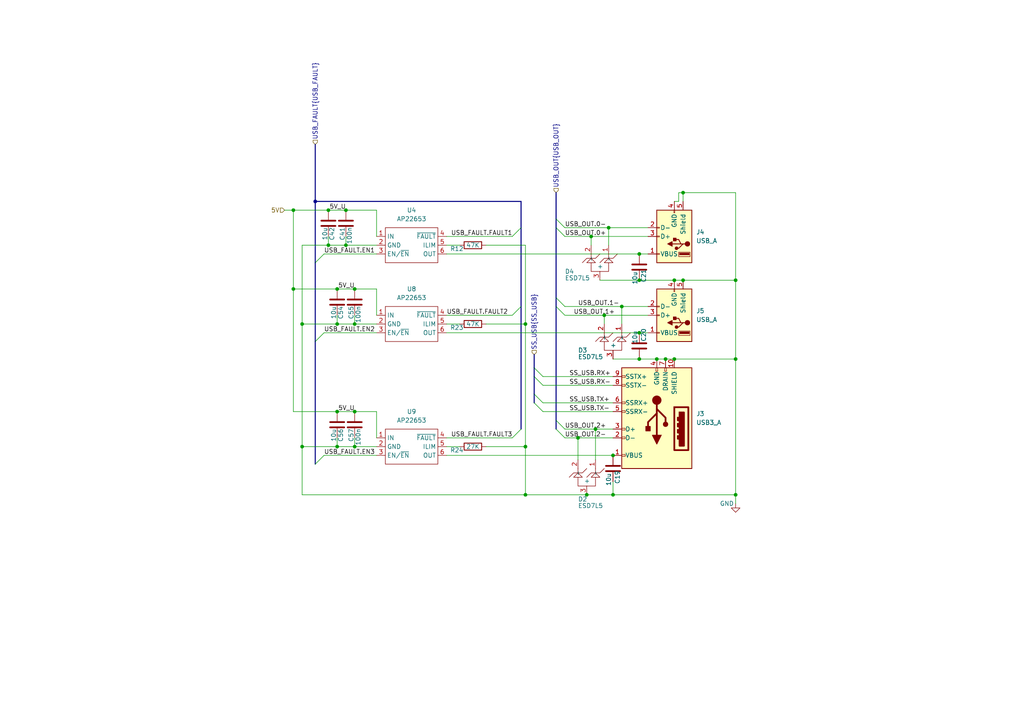
<source format=kicad_sch>
(kicad_sch (version 20250114) (generator "eeschema") (generator_version "9.0")
  (paper "A4")
  (lib_symbols
    (symbol "Connector:USB3_A" (pin_names (offset 1.016))
      (property "Reference" "J" (at -10.16 15.24 0))
      (property "Value" "USB3_A" (at 10.16 15.24 0))
      (symbol "USB3_A_0_0"
        (rectangle (start -9.144 8.636) (end -5.08 -3.81) (stroke (width 0.508)))
        (rectangle (start -7.874 7.366) (end -6.604 -2.286) (stroke (width 0.508)) (fill (type outline)))
        (rectangle (start -6.35 5.334) (end -6.096 4.572) (stroke (width 0.508)))
        (rectangle (start -6.35 3.556) (end -6.096 2.794) (stroke (width 0.508)))
        (rectangle (start -6.35 1.778) (end -6.096 1.016) (stroke (width 0.508)))
        (rectangle (start -6.35 0) (end -6.096 -0.762) (stroke (width 0.508)))
        (rectangle (start -2.794 -15.24) (end -2.286 -14.224))
        (rectangle (start -0.254 -15.24) (end 0.254 -14.224))
        (rectangle (start 10.16 10.414) (end 9.144 9.906))
        (rectangle (start 10.16 5.334) (end 9.144 4.826))
        (rectangle (start 10.16 2.794) (end 9.144 2.286))
        (rectangle (start 10.16 -2.286) (end 9.144 -2.794))
        (rectangle (start 10.16 -4.826) (end 9.144 -5.334))
        (rectangle (start 10.16 -9.906) (end 9.144 -10.414))
        (rectangle (start 10.16 -12.446) (end 9.144 -12.954))
      )
      (symbol "USB3_A_0_1"
        (rectangle (start -10.16 13.97) (end 10.16 -15.24) (stroke (width 0.254)) (fill (type background)))
      )
      (symbol "USB3_A_1_1"
        (circle (center -2.54 1.143) (radius 0.635) (stroke (width 0.254)) (fill (type outline)))
        (polyline (pts (xy -1.27 4.318) (xy 0 6.858) (xy 1.27 4.318) (xy -1.27 4.318)) (stroke (width 0.254)) (fill (type outline)))
        (polyline (pts (xy 0 -2.032) (xy 2.54 0.508) (xy 2.54 1.778)) (stroke (width 0.508)))
        (polyline (pts (xy 0 -3.302) (xy -2.54 -0.762) (xy -2.54 0.508)) (stroke (width 0.508)))
        (polyline (pts (xy 0 -5.842) (xy 0 4.318)) (stroke (width 0.508)))
        (circle (center 0 -5.842) (radius 1.27) (fill (type outline)))
        (rectangle (start 1.905 1.778) (end 3.175 3.048) (stroke (width 0.254)) (fill (type outline)))
        (pin passive line (at -5.08 -17.78 90) (length 2.54) (name "SHIELD") (number "10"))
        (pin passive line (at -2.54 -17.78 90) (length 2.54) (name "DRAIN") (number "7"))
        (pin power_in line (at 0 -17.78 90) (length 2.54) (name "GND") (number "4"))
        (pin power_in line (at 12.7 10.16 180) (length 2.54) (name "VBUS") (number "1"))
        (pin bidirectional line (at 12.7 5.08 180) (length 2.54) (name "D-") (number "2"))
        (pin bidirectional line (at 12.7 2.54 180) (length 2.54) (name "D+") (number "3"))
        (pin output line (at 12.7 -2.54 180) (length 2.54) (name "SSRX-") (number "5"))
        (pin output line (at 12.7 -5.08 180) (length 2.54) (name "SSRX+") (number "6"))
        (pin input line (at 12.7 -10.16 180) (length 2.54) (name "SSTX-") (number "8"))
        (pin input line (at 12.7 -12.7 180) (length 2.54) (name "SSTX+") (number "9"))
      )
    )
    (symbol "Connector:USB_A" (pin_names (offset 1.016))
      (property "Reference" "J" (at -5.08 11.43 0))
      (property "Value" "USB_A" (at -5.08 8.89 0))
      (symbol "USB_A_0_1"
        (rectangle (start -5.08 -7.62) (end 5.08 7.62) (stroke (width 0.254)) (fill (type background)))
        (circle (center -3.81 2.159) (radius 0.635) (stroke (width 0.254)) (fill (type outline)))
        (polyline (pts (xy -3.175 2.159) (xy -2.54 2.159) (xy -1.27 3.429) (xy -0.635 3.429)) (stroke (width 0.254)))
        (polyline (pts (xy -2.54 2.159) (xy -1.905 2.159) (xy -1.27 0.889) (xy 0 0.889)) (stroke (width 0.254)))
        (rectangle (start -1.524 4.826) (end -4.318 5.334) (fill (type outline)))
        (rectangle (start -1.27 4.572) (end -4.572 5.842))
        (circle (center -0.635 3.429) (radius 0.381) (stroke (width 0.254)) (fill (type outline)))
        (rectangle (start -0.127 -7.62) (end 0.127 -6.858))
        (rectangle (start 0.254 1.27) (end -0.508 0.508) (stroke (width 0.254)) (fill (type outline)))
        (polyline (pts (xy 0.635 2.794) (xy 0.635 1.524) (xy 1.905 2.159) (xy 0.635 2.794)) (stroke (width 0.254)) (fill (type outline)))
        (rectangle (start 5.08 4.953) (end 4.318 5.207))
        (rectangle (start 5.08 -0.127) (end 4.318 0.127))
        (rectangle (start 5.08 -2.667) (end 4.318 -2.413))
      )
      (symbol "USB_A_1_1"
        (polyline (pts (xy -1.905 2.159) (xy 0.635 2.159)) (stroke (width 0.254)))
        (pin passive line (at -2.54 -10.16 90) (length 2.54) (name "Shield") (number "5"))
        (pin power_in line (at 0 -10.16 90) (length 2.54) (name "GND") (number "4"))
        (pin power_in line (at 7.62 5.08 180) (length 2.54) (name "VBUS") (number "1"))
        (pin bidirectional line (at 7.62 0 180) (length 2.54) (name "D+") (number "3"))
        (pin bidirectional line (at 7.62 -2.54 180) (length 2.54) (name "D-") (number "2"))
      )
    )
    (symbol "Device:C" (pin_numbers (hide yes)) (pin_names (offset 0.254))
      (property "Reference" "C" (at 0.635 2.54 0))
      (property "Value" "C" (at 0.635 -2.54 0))
      (symbol "C_0_1"
        (polyline (pts (xy -2.032 0.762) (xy 2.032 0.762)) (stroke (width 0.508)))
        (polyline (pts (xy -2.032 -0.762) (xy 2.032 -0.762)) (stroke (width 0.508)))
      )
      (symbol "C_1_1"
        (pin passive line (at 0 3.81 270) (length 2.794) (name "~") (number "1"))
        (pin passive line (at 0 -3.81 90) (length 2.794) (name "~") (number "2"))
      )
    )
    (symbol "Device:R" (pin_numbers (hide yes)) (pin_names (offset 0))
      (property "Reference" "R" (at 2.032 0 90))
      (property "Value" "R" (at 0 0 90))
      (symbol "R_0_1"
        (rectangle (start -1.016 -2.54) (end 1.016 2.54) (stroke (width 0.254)))
      )
      (symbol "R_1_1"
        (pin passive line (at 0 3.81 270) (length 1.27) (name "~") (number "1"))
        (pin passive line (at 0 -3.81 90) (length 1.27) (name "~") (number "2"))
      )
    )
    (symbol "New_Library:ESD7L"
      (property "Reference" "D" (at -3.81 0 0))
      (symbol "ESD7L_0_1"
        (polyline (pts (xy -1.27 5.08) (xy 0 3.81) (xy 0 1.27) (xy 1.27 0)))
        (polyline (pts (xy -1.27 2.54) (xy 0 2.54)))
        (polyline (pts (xy -1.27 0) (xy 0 -1.27) (xy 0 -3.81) (xy 1.27 -5.08)))
        (polyline (pts (xy 0 -2.54) (xy -1.27 -2.54)))
        (polyline (pts (xy 3.81 0) (xy 3.81 2.54) (xy 1.27 2.54) (xy 1.27 3.81) (xy 0 2.54) (xy 1.27 1.27) (xy 1.27 2.54)))
        (polyline (pts (xy 3.81 0) (xy 3.81 -2.54) (xy 1.27 -2.54) (xy 1.27 -1.27) (xy 0 -2.54) (xy 1.27 -3.81) (xy 1.27 -2.54)))
      )
      (symbol "ESD7L_1_1"
        (pin input line (at -3.81 2.54 0) (length 2.54) (name "-") (number "1"))
        (pin input line (at -3.81 -2.54 0) (length 2.54) (name "-") (number "2"))
        (pin input line (at 6.35 0 180) (length 2.54) (name "+") (number "3"))
      )
    )
    (symbol "PuzzLib:AP2265x"
      (property "Reference" "U4" (at 0 8.128 0))
      (property "Value" "AP2265x" (at 0 6.096 0))
      (symbol "AP2265x_0_1"
        (rectangle (start -7.62 5.08) (end 7.62 -5.08))
      )
      (symbol "AP2265x_1_1"
        (pin power_in line (at -10.16 2.54 0) (length 2.54) (name "IN") (number "1"))
        (pin power_in line (at -10.16 0 0) (length 2.54) (name "GND") (number "2"))
        (pin passive line (at -10.16 0 0) (length 2.54) (hide yes) (name "") (number "S"))
        (pin input line (at -10.16 -2.54 0) (length 2.54) (name "EN/~{EN}") (number "3"))
        (pin input line (at 10.16 2.54 180) (length 2.54) (name "~{FAULT}") (number "4"))
        (pin input line (at 10.16 0 180) (length 2.54) (name "ILIM") (number "5"))
        (pin power_out line (at 10.16 -2.54 180) (length 2.54) (name "OUT") (number "6"))
      )
    )
    (symbol "power:GND" (power) (pin_names (offset 0))
      (property "Value" "GND" (at 0 -3.81 0))
      (symbol "GND_0_1"
        (polyline (pts (xy 0 0) (xy 0 -1.27) (xy 1.27 -1.27) (xy 0 -2.54) (xy -1.27 -1.27) (xy 0 -1.27)))
      )
      (symbol "GND_1_1"
        (pin power_in line (at 0 0 270) (length 0) (hide yes) (name "GND") (number "1"))
      )
    )
  )
  (junction (at 213.36 104.14))
  (junction (at 177.8 132.08))
  (junction (at 198.12 55.88))
  (junction (at 213.36 81.28))
  (junction (at 177.8 143.51))
  (junction (at 95.25 71.12))
  (junction (at 87.63 93.98))
  (junction (at 213.36 143.51))
  (junction (at 198.12 81.28))
  (junction (at 97.79 119.38))
  (junction (at 167.64 127))
  (junction (at 170.18 143.51))
  (junction (at 195.58 81.28))
  (junction (at 152.4 143.51))
  (junction (at 91.44 58.42))
  (junction (at 100.33 60.96))
  (junction (at 172.72 124.46))
  (junction (at 185.42 96.52))
  (junction (at 95.25 60.96))
  (junction (at 176.53 66.04))
  (junction (at 152.4 93.98))
  (junction (at 152.4 129.54))
  (junction (at 102.87 93.98))
  (junction (at 87.63 129.54))
  (junction (at 85.09 60.96))
  (junction (at 171.45 68.58))
  (junction (at 102.87 119.38))
  (junction (at 97.79 129.54))
  (junction (at 85.09 83.82))
  (junction (at 97.79 83.82))
  (junction (at 102.87 129.54))
  (junction (at 100.33 71.12))
  (junction (at 193.04 104.14))
  (junction (at 175.26 91.44))
  (junction (at 195.58 104.14))
  (junction (at 185.42 81.28))
  (junction (at 97.79 93.98))
  (junction (at 185.42 104.14))
  (junction (at 180.34 88.9))
  (junction (at 102.87 83.82))
  (junction (at 185.42 73.66))
  (junction (at 190.5 104.14))
  (bus_entry (at 161.29 66.04) (size 2.54 2.54))
  (bus_entry (at 91.44 76.2) (size 2.54 -2.54))
  (bus_entry (at 154.94 114.3) (size 2.54 2.54))
  (bus_entry (at 151.13 66.04) (size -2.54 2.54))
  (bus_entry (at 91.44 134.62) (size 2.54 -2.54))
  (bus_entry (at 161.29 121.92) (size 2.54 2.54))
  (bus_entry (at 161.29 63.5) (size 2.54 2.54))
  (bus_entry (at 161.29 124.46) (size 2.54 2.54))
  (bus_entry (at 91.44 99.06) (size 2.54 -2.54))
  (bus_entry (at 154.94 106.68) (size 2.54 2.54))
  (bus_entry (at 154.94 116.84) (size 2.54 2.54))
  (bus_entry (at 151.13 124.46) (size -2.54 2.54))
  (bus_entry (at 161.29 88.9) (size 2.54 2.54))
  (bus_entry (at 161.29 86.36) (size 2.54 2.54))
  (bus_entry (at 154.94 109.22) (size 2.54 2.54))
  (bus_entry (at 151.13 88.9) (size -2.54 2.54))
  (wire (pts (xy 175.26 91.44) (xy 175.26 93.98)))
  (wire (pts (xy 175.26 91.44) (xy 187.96 91.44)))
  (bus (pts (xy 161.29 86.36) (xy 161.29 88.9)))
  (wire (pts (xy 93.98 132.08) (xy 109.22 132.08)))
  (bus (pts (xy 91.44 41.91) (xy 91.44 58.42)))
  (bus (pts (xy 91.44 99.06) (xy 91.44 134.62)))
  (wire (pts (xy 185.42 81.28) (xy 195.58 81.28)))
  (wire (pts (xy 152.4 129.54) (xy 152.4 143.51)))
  (wire (pts (xy 167.64 127) (xy 167.64 133.35)))
  (wire (pts (xy 87.63 93.98) (xy 97.79 93.98)))
  (wire (pts (xy 157.48 116.84) (xy 177.8 116.84)))
  (bus (pts (xy 154.94 102.87) (xy 154.94 106.68)))
  (wire (pts (xy 198.12 55.88) (xy 213.36 55.88)))
  (wire (pts (xy 102.87 129.54) (xy 109.22 129.54)))
  (wire (pts (xy 100.33 71.12) (xy 109.22 71.12)))
  (wire (pts (xy 157.48 109.22) (xy 177.8 109.22)))
  (wire (pts (xy 176.53 66.04) (xy 176.53 71.12)))
  (wire (pts (xy 140.97 93.98) (xy 152.4 93.98)))
  (bus (pts (xy 161.29 63.5) (xy 161.29 66.04)))
  (wire (pts (xy 102.87 83.82) (xy 109.22 83.82)))
  (wire (pts (xy 152.4 93.98) (xy 152.4 129.54)))
  (bus (pts (xy 161.29 121.92) (xy 161.29 124.46)))
  (wire (pts (xy 82.55 60.96) (xy 85.09 60.96)))
  (wire (pts (xy 180.34 88.9) (xy 187.96 88.9)))
  (wire (pts (xy 190.5 104.14) (xy 193.04 104.14)))
  (wire (pts (xy 129.54 91.44) (xy 148.59 91.44)))
  (bus (pts (xy 161.29 88.9) (xy 161.29 121.92)))
  (wire (pts (xy 152.4 93.98) (xy 152.4 71.12)))
  (bus (pts (xy 161.29 55.88) (xy 161.29 63.5)))
  (wire (pts (xy 102.87 119.38) (xy 109.22 119.38)))
  (wire (pts (xy 198.12 58.42) (xy 198.12 55.88)))
  (wire (pts (xy 129.54 71.12) (xy 133.35 71.12)))
  (wire (pts (xy 171.45 68.58) (xy 187.96 68.58)))
  (wire (pts (xy 102.87 91.44) (xy 102.87 93.98)))
  (wire (pts (xy 93.98 73.66) (xy 109.22 73.66)))
  (wire (pts (xy 102.87 127) (xy 102.87 129.54)))
  (wire (pts (xy 97.79 83.82) (xy 102.87 83.82)))
  (wire (pts (xy 85.09 60.96) (xy 85.09 83.82)))
  (bus (pts (xy 91.44 58.42) (xy 91.44 76.2)))
  (wire (pts (xy 129.54 68.58) (xy 148.59 68.58)))
  (wire (pts (xy 87.63 71.12) (xy 95.25 71.12)))
  (wire (pts (xy 195.58 104.14) (xy 213.36 104.14)))
  (wire (pts (xy 93.98 96.52) (xy 109.22 96.52)))
  (wire (pts (xy 163.83 68.58) (xy 171.45 68.58)))
  (wire (pts (xy 177.8 143.51) (xy 213.36 143.51)))
  (bus (pts (xy 91.44 76.2) (xy 91.44 99.06)))
  (wire (pts (xy 100.33 60.96) (xy 109.22 60.96)))
  (wire (pts (xy 87.63 93.98) (xy 87.63 129.54)))
  (bus (pts (xy 154.94 109.22) (xy 154.94 114.3)))
  (wire (pts (xy 152.4 143.51) (xy 170.18 143.51)))
  (wire (pts (xy 185.42 96.52) (xy 187.96 96.52)))
  (wire (pts (xy 196.85 58.42) (xy 196.85 55.88)))
  (wire (pts (xy 97.79 129.54) (xy 102.87 129.54)))
  (wire (pts (xy 109.22 119.38) (xy 109.22 127)))
  (wire (pts (xy 129.54 132.08) (xy 177.8 132.08)))
  (wire (pts (xy 87.63 93.98) (xy 87.63 71.12)))
  (wire (pts (xy 97.79 91.44) (xy 97.79 93.98)))
  (wire (pts (xy 157.48 111.76) (xy 177.8 111.76)))
  (wire (pts (xy 195.58 58.42) (xy 196.85 58.42)))
  (wire (pts (xy 85.09 60.96) (xy 95.25 60.96)))
  (wire (pts (xy 85.09 83.82) (xy 97.79 83.82)))
  (wire (pts (xy 185.42 73.66) (xy 187.96 73.66)))
  (bus (pts (xy 154.94 114.3) (xy 154.94 116.84)))
  (wire (pts (xy 109.22 60.96) (xy 109.22 68.58)))
  (wire (pts (xy 170.18 143.51) (xy 177.8 143.51)))
  (wire (pts (xy 213.36 55.88) (xy 213.36 81.28)))
  (wire (pts (xy 97.79 119.38) (xy 102.87 119.38)))
  (wire (pts (xy 163.83 127) (xy 167.64 127)))
  (wire (pts (xy 198.12 81.28) (xy 213.36 81.28)))
  (wire (pts (xy 129.54 73.66) (xy 185.42 73.66)))
  (wire (pts (xy 180.34 88.9) (xy 180.34 93.98)))
  (wire (pts (xy 176.53 66.04) (xy 187.96 66.04)))
  (wire (pts (xy 171.45 68.58) (xy 171.45 71.12)))
  (wire (pts (xy 97.79 93.98) (xy 102.87 93.98)))
  (bus (pts (xy 161.29 66.04) (xy 161.29 86.36)))
  (wire (pts (xy 213.36 104.14) (xy 213.36 143.51)))
  (wire (pts (xy 87.63 129.54) (xy 87.63 143.51)))
  (wire (pts (xy 193.04 104.14) (xy 195.58 104.14)))
  (wire (pts (xy 129.54 96.52) (xy 185.42 96.52)))
  (bus (pts (xy 151.13 66.04) (xy 151.13 88.9)))
  (wire (pts (xy 177.8 139.7) (xy 177.8 143.51)))
  (wire (pts (xy 172.72 124.46) (xy 172.72 133.35)))
  (wire (pts (xy 129.54 93.98) (xy 133.35 93.98)))
  (wire (pts (xy 173.99 81.28) (xy 185.42 81.28)))
  (wire (pts (xy 109.22 83.82) (xy 109.22 91.44)))
  (wire (pts (xy 95.25 68.58) (xy 95.25 71.12)))
  (wire (pts (xy 177.8 104.14) (xy 185.42 104.14)))
  (bus (pts (xy 154.94 106.68) (xy 154.94 109.22)))
  (wire (pts (xy 152.4 71.12) (xy 140.97 71.12)))
  (wire (pts (xy 102.87 93.98) (xy 109.22 93.98)))
  (wire (pts (xy 97.79 127) (xy 97.79 129.54)))
  (wire (pts (xy 196.85 55.88) (xy 198.12 55.88)))
  (wire (pts (xy 185.42 104.14) (xy 190.5 104.14)))
  (wire (pts (xy 85.09 119.38) (xy 97.79 119.38)))
  (wire (pts (xy 140.97 129.54) (xy 152.4 129.54)))
  (wire (pts (xy 163.83 124.46) (xy 172.72 124.46)))
  (bus (pts (xy 91.44 58.42) (xy 151.13 58.42)))
  (wire (pts (xy 85.09 83.82) (xy 85.09 119.38)))
  (bus (pts (xy 151.13 88.9) (xy 151.13 124.46)))
  (wire (pts (xy 163.83 66.04) (xy 176.53 66.04)))
  (wire (pts (xy 213.36 143.51) (xy 213.36 146.05)))
  (wire (pts (xy 87.63 143.51) (xy 152.4 143.51)))
  (wire (pts (xy 167.64 127) (xy 177.8 127)))
  (wire (pts (xy 172.72 124.46) (xy 177.8 124.46)))
  (wire (pts (xy 163.83 88.9) (xy 180.34 88.9)))
  (wire (pts (xy 95.25 60.96) (xy 100.33 60.96)))
  (wire (pts (xy 129.54 129.54) (xy 133.35 129.54)))
  (wire (pts (xy 163.83 91.44) (xy 175.26 91.44)))
  (wire (pts (xy 87.63 129.54) (xy 97.79 129.54)))
  (wire (pts (xy 100.33 68.58) (xy 100.33 71.12)))
  (wire (pts (xy 213.36 81.28) (xy 213.36 104.14)))
  (wire (pts (xy 157.48 119.38) (xy 177.8 119.38)))
  (wire (pts (xy 195.58 81.28) (xy 198.12 81.28)))
  (wire (pts (xy 129.54 127) (xy 148.59 127)))
  (bus (pts (xy 151.13 58.42) (xy 151.13 66.04)))
  (wire (pts (xy 95.25 71.12) (xy 100.33 71.12)))
  (label "USB_OUT.0+" (at 163.83 68.58 0))
  (label "5V_U" (at 100.33 60.96 180))
  (label "5V_U" (at 102.87 119.38 180))
  (label "USB_OUT.1-" (at 167.64 88.9 0))
  (label "USB_FAULT.EN2" (at 93.98 96.52 0))
  (label "SS_USB.RX-" (at 165.1 111.76 0))
  (label "USB_OUT.0-" (at 163.83 66.04 0))
  (label "USB_FAULT.EN3" (at 93.98 132.08 0))
  (label "USB_FAULT.FAULT3" (at 130.81 127 0))
  (label "USB_FAULT.EN1" (at 93.98 73.66 0))
  (label "SS_USB.RX+" (at 165.1 109.22 0))
  (label "USB_OUT.2-" (at 163.83 127 0))
  (label "SS_USB.TX+" (at 165.1 116.84 0))
  (label "SS_USB.TX-" (at 165.1 119.38 0))
  (label "USB_OUT.2+" (at 163.83 124.46 0))
  (label "USB_FAULT.FAULT1" (at 130.81 68.58 0))
  (label "USB_FAULT.FAULT2" (at 129.54 91.44 0))
  (label "5V_U" (at 102.87 83.82 180))
  (label "USB_OUT.1+" (at 166.37 91.44 0))
  (hierarchical_label "USB_FAULT{USB_FAULT}" (shape input) (at 91.44 41.91 90))
  (hierarchical_label "USB_OUT{USB_OUT}" (shape input) (at 161.29 55.88 90))
  (hierarchical_label "SS_USB{SS_USB}" (shape input) (at 154.94 102.87 90))
  (hierarchical_label "5V" (shape input) (at 82.55 60.96 180))
  (symbol (lib_id "Connector:USB3_A") (at 190.5 121.92 180) (unit 1)
    (property "Reference" "J3" (at 201.93 120.015 0) (effects (justify right)))
    (property "Value" "USB3_A" (at 201.93 122.555 0) (effects (justify right)))
    (property "Footprint" "PuzzLib:USBA32_692121230100v2_1.6mmOut" (effects (hide yes)))
  )
  (symbol (lib_id "Device:R") (at 137.16 93.98 90) (unit 1)
    (property "Reference" "R23" (at 130.556 94.996 90) (effects (justify right)))
    (property "Value" "47K" (at 137.16 93.98 90))
    (property "Footprint" "PuzzLib:0603_R" (effects (hide yes)))
  )
  (symbol (lib_id "PuzzLib:AP2265x") (at 119.38 71.12 0) (unit 1)
    (property "Reference" "U4" (at 119.38 60.96 0))
    (property "Value" "AP22653" (at 119.38 63.5 0))
    (property "Footprint" "PuzzLib:AP22652-DFN" (effects (hide yes)))
  )
  (symbol (lib_id "New_Library:ESD7L") (at 177.8 97.79 270) (unit 1)
    (property "Reference" "D3" (at 167.64 101.6 90) (effects (justify left)))
    (property "Value" "ESD7L5" (at 167.64 103.505 90) (effects (justify left)))
    (property "Footprint" "PuzzLib:ESD7L5" (effects (hide yes)))
  )
  (symbol (lib_id "Device:R") (at 137.16 129.54 90) (unit 1)
    (property "Reference" "R24" (at 130.556 130.556 90) (effects (justify right)))
    (property "Value" "27K" (at 137.16 129.54 90))
    (property "Footprint" "PuzzLib:0603_R" (effects (hide yes)))
  )
  (symbol (lib_id "Device:C") (at 102.87 87.63 0) (unit 1)
    (property "Reference" "C55" (at 101.854 90.678 90))
    (property "Value" "100n" (at 103.886 91.186 90))
    (property "Footprint" "PuzzLib:0603_C" (effects (hide yes)))
  )
  (symbol (lib_id "Connector:USB_A") (at 195.58 68.58 180) (unit 1)
    (property "Reference" "J4" (at 201.93 67.3099 0) (effects (justify right)))
    (property "Value" "USB_A" (at 201.93 69.8499 0) (effects (justify right)))
    (property "Footprint" "PuzzLib:USB1015v2_1.6mmOut" (effects (hide yes)))
  )
  (symbol (lib_id "Device:C") (at 185.42 77.47 0) (unit 1)
    (property "Reference" "C21" (at 186.69 80.01 90))
    (property "Value" "10u" (at 184.15 80.645 90))
    (property "Footprint" "PuzzLib:0603_C" (effects (hide yes)))
  )
  (symbol (lib_id "power:GND") (at 213.36 146.05 0) (unit 1)
    (property "Reference" "#PWR08" (effects (hide yes)))
    (property "Value" "GND" (at 210.82 146.05 0))
  )
  (symbol (lib_id "Device:C") (at 97.79 87.63 0) (unit 1)
    (property "Reference" "C54" (at 98.806 90.678 90))
    (property "Value" "10u" (at 96.774 90.678 90))
    (property "Footprint" "PuzzLib:0603_C" (effects (hide yes)))
  )
  (symbol (lib_id "Device:C") (at 102.87 123.19 0) (unit 1)
    (property "Reference" "C57" (at 101.854 126.238 90))
    (property "Value" "100n" (at 103.886 126.746 90))
    (property "Footprint" "PuzzLib:0603_C" (effects (hide yes)))
  )
  (symbol (lib_id "Connector:USB_A") (at 195.58 91.44 180) (unit 1)
    (property "Reference" "J5" (at 201.93 90.17 0) (effects (justify right)))
    (property "Value" "USB_A" (at 201.93 92.71 0) (effects (justify right)))
    (property "Footprint" "PuzzLib:USB1015v2_1.6mmOut" (effects (hide yes)))
  )
  (symbol (lib_id "Device:R") (at 137.16 71.12 90) (unit 1)
    (property "Reference" "R12" (at 130.556 72.136 90) (effects (justify right)))
    (property "Value" "47K" (at 137.16 71.12 90))
    (property "Footprint" "PuzzLib:0603_R" (effects (hide yes)))
  )
  (symbol (lib_id "Device:C") (at 95.25 64.77 0) (unit 1)
    (property "Reference" "C42" (at 96.266 67.818 90))
    (property "Value" "10u" (at 94.234 67.818 90))
    (property "Footprint" "PuzzLib:0603_C" (effects (hide yes)))
  )
  (symbol (lib_id "New_Library:ESD7L") (at 170.18 137.16 270) (unit 1)
    (property "Reference" "D2" (at 167.64 144.78 90) (effects (justify left)))
    (property "Value" "ESD7L5" (at 167.64 146.685 90) (effects (justify left)))
    (property "Footprint" "PuzzLib:ESD7L5" (effects (hide yes)))
  )
  (symbol (lib_id "PuzzLib:AP2265x") (at 119.38 93.98 0) (unit 1)
    (property "Reference" "U8" (at 119.38 83.82 0))
    (property "Value" "AP22653" (at 119.38 86.36 0))
    (property "Footprint" "PuzzLib:AP22652-DFN" (effects (hide yes)))
  )
  (symbol (lib_id "Device:C") (at 97.79 123.19 0) (unit 1)
    (property "Reference" "C56" (at 98.806 126.238 90))
    (property "Value" "10u" (at 96.774 126.238 90))
    (property "Footprint" "PuzzLib:0603_C" (effects (hide yes)))
  )
  (symbol (lib_id "Device:C") (at 177.8 135.89 0) (unit 1)
    (property "Reference" "C19" (at 179.07 138.43 90))
    (property "Value" "10u" (at 176.53 139.065 90))
    (property "Footprint" "PuzzLib:0603_C" (effects (hide yes)))
  )
  (symbol (lib_id "PuzzLib:AP2265x") (at 119.38 129.54 0) (unit 1)
    (property "Reference" "U9" (at 119.38 119.38 0))
    (property "Value" "AP22653" (at 119.38 121.92 0))
    (property "Footprint" "PuzzLib:AP22652-DFN" (effects (hide yes)))
  )
  (symbol (lib_id "Device:C") (at 100.33 64.77 0) (unit 1)
    (property "Reference" "C41" (at 99.314 67.818 90))
    (property "Value" "100n" (at 101.346 68.326 90))
    (property "Footprint" "PuzzLib:0603_C" (effects (hide yes)))
  )
  (symbol (lib_id "Device:C") (at 185.42 100.33 0) (unit 1)
    (property "Reference" "C20" (at 186.69 97.155 90))
    (property "Value" "10u" (at 184.15 97.79 90))
    (property "Footprint" "PuzzLib:0603_C" (effects (hide yes)))
  )
  (symbol (lib_id "New_Library:ESD7L") (at 173.99 74.93 270) (unit 1)
    (property "Reference" "D4" (at 163.83 78.74 90) (effects (justify left)))
    (property "Value" "ESD7L5" (at 163.83 80.645 90) (effects (justify left)))
    (property "Footprint" "PuzzLib:ESD7L5" (effects (hide yes)))
  )
)
</source>
